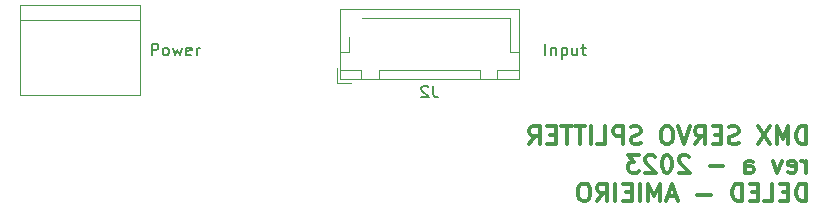
<source format=gbr>
%TF.GenerationSoftware,KiCad,Pcbnew,7.0.6+dfsg-1*%
%TF.CreationDate,2023-07-26T00:10:48-03:00*%
%TF.ProjectId,PWM_breakout_board,50574d5f-6272-4656-916b-6f75745f626f,rev?*%
%TF.SameCoordinates,Original*%
%TF.FileFunction,Legend,Bot*%
%TF.FilePolarity,Positive*%
%FSLAX46Y46*%
G04 Gerber Fmt 4.6, Leading zero omitted, Abs format (unit mm)*
G04 Created by KiCad (PCBNEW 7.0.6+dfsg-1) date 2023-07-26 00:10:48*
%MOMM*%
%LPD*%
G01*
G04 APERTURE LIST*
%ADD10C,0.300000*%
%ADD11C,0.150000*%
%ADD12C,0.120000*%
G04 APERTURE END LIST*
D10*
X162445489Y-82970828D02*
X162445489Y-81470828D01*
X162445489Y-81470828D02*
X162088346Y-81470828D01*
X162088346Y-81470828D02*
X161874060Y-81542257D01*
X161874060Y-81542257D02*
X161731203Y-81685114D01*
X161731203Y-81685114D02*
X161659774Y-81827971D01*
X161659774Y-81827971D02*
X161588346Y-82113685D01*
X161588346Y-82113685D02*
X161588346Y-82327971D01*
X161588346Y-82327971D02*
X161659774Y-82613685D01*
X161659774Y-82613685D02*
X161731203Y-82756542D01*
X161731203Y-82756542D02*
X161874060Y-82899400D01*
X161874060Y-82899400D02*
X162088346Y-82970828D01*
X162088346Y-82970828D02*
X162445489Y-82970828D01*
X160945489Y-82970828D02*
X160945489Y-81470828D01*
X160945489Y-81470828D02*
X160445489Y-82542257D01*
X160445489Y-82542257D02*
X159945489Y-81470828D01*
X159945489Y-81470828D02*
X159945489Y-82970828D01*
X159374060Y-81470828D02*
X158374060Y-82970828D01*
X158374060Y-81470828D02*
X159374060Y-82970828D01*
X156731203Y-82899400D02*
X156516918Y-82970828D01*
X156516918Y-82970828D02*
X156159775Y-82970828D01*
X156159775Y-82970828D02*
X156016918Y-82899400D01*
X156016918Y-82899400D02*
X155945489Y-82827971D01*
X155945489Y-82827971D02*
X155874060Y-82685114D01*
X155874060Y-82685114D02*
X155874060Y-82542257D01*
X155874060Y-82542257D02*
X155945489Y-82399400D01*
X155945489Y-82399400D02*
X156016918Y-82327971D01*
X156016918Y-82327971D02*
X156159775Y-82256542D01*
X156159775Y-82256542D02*
X156445489Y-82185114D01*
X156445489Y-82185114D02*
X156588346Y-82113685D01*
X156588346Y-82113685D02*
X156659775Y-82042257D01*
X156659775Y-82042257D02*
X156731203Y-81899400D01*
X156731203Y-81899400D02*
X156731203Y-81756542D01*
X156731203Y-81756542D02*
X156659775Y-81613685D01*
X156659775Y-81613685D02*
X156588346Y-81542257D01*
X156588346Y-81542257D02*
X156445489Y-81470828D01*
X156445489Y-81470828D02*
X156088346Y-81470828D01*
X156088346Y-81470828D02*
X155874060Y-81542257D01*
X155231204Y-82185114D02*
X154731204Y-82185114D01*
X154516918Y-82970828D02*
X155231204Y-82970828D01*
X155231204Y-82970828D02*
X155231204Y-81470828D01*
X155231204Y-81470828D02*
X154516918Y-81470828D01*
X153016918Y-82970828D02*
X153516918Y-82256542D01*
X153874061Y-82970828D02*
X153874061Y-81470828D01*
X153874061Y-81470828D02*
X153302632Y-81470828D01*
X153302632Y-81470828D02*
X153159775Y-81542257D01*
X153159775Y-81542257D02*
X153088346Y-81613685D01*
X153088346Y-81613685D02*
X153016918Y-81756542D01*
X153016918Y-81756542D02*
X153016918Y-81970828D01*
X153016918Y-81970828D02*
X153088346Y-82113685D01*
X153088346Y-82113685D02*
X153159775Y-82185114D01*
X153159775Y-82185114D02*
X153302632Y-82256542D01*
X153302632Y-82256542D02*
X153874061Y-82256542D01*
X152588346Y-81470828D02*
X152088346Y-82970828D01*
X152088346Y-82970828D02*
X151588346Y-81470828D01*
X150802632Y-81470828D02*
X150516918Y-81470828D01*
X150516918Y-81470828D02*
X150374061Y-81542257D01*
X150374061Y-81542257D02*
X150231204Y-81685114D01*
X150231204Y-81685114D02*
X150159775Y-81970828D01*
X150159775Y-81970828D02*
X150159775Y-82470828D01*
X150159775Y-82470828D02*
X150231204Y-82756542D01*
X150231204Y-82756542D02*
X150374061Y-82899400D01*
X150374061Y-82899400D02*
X150516918Y-82970828D01*
X150516918Y-82970828D02*
X150802632Y-82970828D01*
X150802632Y-82970828D02*
X150945490Y-82899400D01*
X150945490Y-82899400D02*
X151088347Y-82756542D01*
X151088347Y-82756542D02*
X151159775Y-82470828D01*
X151159775Y-82470828D02*
X151159775Y-81970828D01*
X151159775Y-81970828D02*
X151088347Y-81685114D01*
X151088347Y-81685114D02*
X150945490Y-81542257D01*
X150945490Y-81542257D02*
X150802632Y-81470828D01*
X148445489Y-82899400D02*
X148231204Y-82970828D01*
X148231204Y-82970828D02*
X147874061Y-82970828D01*
X147874061Y-82970828D02*
X147731204Y-82899400D01*
X147731204Y-82899400D02*
X147659775Y-82827971D01*
X147659775Y-82827971D02*
X147588346Y-82685114D01*
X147588346Y-82685114D02*
X147588346Y-82542257D01*
X147588346Y-82542257D02*
X147659775Y-82399400D01*
X147659775Y-82399400D02*
X147731204Y-82327971D01*
X147731204Y-82327971D02*
X147874061Y-82256542D01*
X147874061Y-82256542D02*
X148159775Y-82185114D01*
X148159775Y-82185114D02*
X148302632Y-82113685D01*
X148302632Y-82113685D02*
X148374061Y-82042257D01*
X148374061Y-82042257D02*
X148445489Y-81899400D01*
X148445489Y-81899400D02*
X148445489Y-81756542D01*
X148445489Y-81756542D02*
X148374061Y-81613685D01*
X148374061Y-81613685D02*
X148302632Y-81542257D01*
X148302632Y-81542257D02*
X148159775Y-81470828D01*
X148159775Y-81470828D02*
X147802632Y-81470828D01*
X147802632Y-81470828D02*
X147588346Y-81542257D01*
X146945490Y-82970828D02*
X146945490Y-81470828D01*
X146945490Y-81470828D02*
X146374061Y-81470828D01*
X146374061Y-81470828D02*
X146231204Y-81542257D01*
X146231204Y-81542257D02*
X146159775Y-81613685D01*
X146159775Y-81613685D02*
X146088347Y-81756542D01*
X146088347Y-81756542D02*
X146088347Y-81970828D01*
X146088347Y-81970828D02*
X146159775Y-82113685D01*
X146159775Y-82113685D02*
X146231204Y-82185114D01*
X146231204Y-82185114D02*
X146374061Y-82256542D01*
X146374061Y-82256542D02*
X146945490Y-82256542D01*
X144731204Y-82970828D02*
X145445490Y-82970828D01*
X145445490Y-82970828D02*
X145445490Y-81470828D01*
X144231204Y-82970828D02*
X144231204Y-81470828D01*
X143731203Y-81470828D02*
X142874061Y-81470828D01*
X143302632Y-82970828D02*
X143302632Y-81470828D01*
X142588346Y-81470828D02*
X141731204Y-81470828D01*
X142159775Y-82970828D02*
X142159775Y-81470828D01*
X141231204Y-82185114D02*
X140731204Y-82185114D01*
X140516918Y-82970828D02*
X141231204Y-82970828D01*
X141231204Y-82970828D02*
X141231204Y-81470828D01*
X141231204Y-81470828D02*
X140516918Y-81470828D01*
X139016918Y-82970828D02*
X139516918Y-82256542D01*
X139874061Y-82970828D02*
X139874061Y-81470828D01*
X139874061Y-81470828D02*
X139302632Y-81470828D01*
X139302632Y-81470828D02*
X139159775Y-81542257D01*
X139159775Y-81542257D02*
X139088346Y-81613685D01*
X139088346Y-81613685D02*
X139016918Y-81756542D01*
X139016918Y-81756542D02*
X139016918Y-81970828D01*
X139016918Y-81970828D02*
X139088346Y-82113685D01*
X139088346Y-82113685D02*
X139159775Y-82185114D01*
X139159775Y-82185114D02*
X139302632Y-82256542D01*
X139302632Y-82256542D02*
X139874061Y-82256542D01*
X162445489Y-85385828D02*
X162445489Y-84385828D01*
X162445489Y-84671542D02*
X162374060Y-84528685D01*
X162374060Y-84528685D02*
X162302632Y-84457257D01*
X162302632Y-84457257D02*
X162159774Y-84385828D01*
X162159774Y-84385828D02*
X162016917Y-84385828D01*
X160945489Y-85314400D02*
X161088346Y-85385828D01*
X161088346Y-85385828D02*
X161374061Y-85385828D01*
X161374061Y-85385828D02*
X161516918Y-85314400D01*
X161516918Y-85314400D02*
X161588346Y-85171542D01*
X161588346Y-85171542D02*
X161588346Y-84600114D01*
X161588346Y-84600114D02*
X161516918Y-84457257D01*
X161516918Y-84457257D02*
X161374061Y-84385828D01*
X161374061Y-84385828D02*
X161088346Y-84385828D01*
X161088346Y-84385828D02*
X160945489Y-84457257D01*
X160945489Y-84457257D02*
X160874061Y-84600114D01*
X160874061Y-84600114D02*
X160874061Y-84742971D01*
X160874061Y-84742971D02*
X161588346Y-84885828D01*
X160374061Y-84385828D02*
X160016918Y-85385828D01*
X160016918Y-85385828D02*
X159659775Y-84385828D01*
X157302633Y-85385828D02*
X157302633Y-84600114D01*
X157302633Y-84600114D02*
X157374061Y-84457257D01*
X157374061Y-84457257D02*
X157516918Y-84385828D01*
X157516918Y-84385828D02*
X157802633Y-84385828D01*
X157802633Y-84385828D02*
X157945490Y-84457257D01*
X157302633Y-85314400D02*
X157445490Y-85385828D01*
X157445490Y-85385828D02*
X157802633Y-85385828D01*
X157802633Y-85385828D02*
X157945490Y-85314400D01*
X157945490Y-85314400D02*
X158016918Y-85171542D01*
X158016918Y-85171542D02*
X158016918Y-85028685D01*
X158016918Y-85028685D02*
X157945490Y-84885828D01*
X157945490Y-84885828D02*
X157802633Y-84814400D01*
X157802633Y-84814400D02*
X157445490Y-84814400D01*
X157445490Y-84814400D02*
X157302633Y-84742971D01*
X155445490Y-84814400D02*
X154302633Y-84814400D01*
X152516918Y-84028685D02*
X152445490Y-83957257D01*
X152445490Y-83957257D02*
X152302633Y-83885828D01*
X152302633Y-83885828D02*
X151945490Y-83885828D01*
X151945490Y-83885828D02*
X151802633Y-83957257D01*
X151802633Y-83957257D02*
X151731204Y-84028685D01*
X151731204Y-84028685D02*
X151659775Y-84171542D01*
X151659775Y-84171542D02*
X151659775Y-84314400D01*
X151659775Y-84314400D02*
X151731204Y-84528685D01*
X151731204Y-84528685D02*
X152588347Y-85385828D01*
X152588347Y-85385828D02*
X151659775Y-85385828D01*
X150731204Y-83885828D02*
X150588347Y-83885828D01*
X150588347Y-83885828D02*
X150445490Y-83957257D01*
X150445490Y-83957257D02*
X150374062Y-84028685D01*
X150374062Y-84028685D02*
X150302633Y-84171542D01*
X150302633Y-84171542D02*
X150231204Y-84457257D01*
X150231204Y-84457257D02*
X150231204Y-84814400D01*
X150231204Y-84814400D02*
X150302633Y-85100114D01*
X150302633Y-85100114D02*
X150374062Y-85242971D01*
X150374062Y-85242971D02*
X150445490Y-85314400D01*
X150445490Y-85314400D02*
X150588347Y-85385828D01*
X150588347Y-85385828D02*
X150731204Y-85385828D01*
X150731204Y-85385828D02*
X150874062Y-85314400D01*
X150874062Y-85314400D02*
X150945490Y-85242971D01*
X150945490Y-85242971D02*
X151016919Y-85100114D01*
X151016919Y-85100114D02*
X151088347Y-84814400D01*
X151088347Y-84814400D02*
X151088347Y-84457257D01*
X151088347Y-84457257D02*
X151016919Y-84171542D01*
X151016919Y-84171542D02*
X150945490Y-84028685D01*
X150945490Y-84028685D02*
X150874062Y-83957257D01*
X150874062Y-83957257D02*
X150731204Y-83885828D01*
X149659776Y-84028685D02*
X149588348Y-83957257D01*
X149588348Y-83957257D02*
X149445491Y-83885828D01*
X149445491Y-83885828D02*
X149088348Y-83885828D01*
X149088348Y-83885828D02*
X148945491Y-83957257D01*
X148945491Y-83957257D02*
X148874062Y-84028685D01*
X148874062Y-84028685D02*
X148802633Y-84171542D01*
X148802633Y-84171542D02*
X148802633Y-84314400D01*
X148802633Y-84314400D02*
X148874062Y-84528685D01*
X148874062Y-84528685D02*
X149731205Y-85385828D01*
X149731205Y-85385828D02*
X148802633Y-85385828D01*
X148302634Y-83885828D02*
X147374062Y-83885828D01*
X147374062Y-83885828D02*
X147874062Y-84457257D01*
X147874062Y-84457257D02*
X147659777Y-84457257D01*
X147659777Y-84457257D02*
X147516920Y-84528685D01*
X147516920Y-84528685D02*
X147445491Y-84600114D01*
X147445491Y-84600114D02*
X147374062Y-84742971D01*
X147374062Y-84742971D02*
X147374062Y-85100114D01*
X147374062Y-85100114D02*
X147445491Y-85242971D01*
X147445491Y-85242971D02*
X147516920Y-85314400D01*
X147516920Y-85314400D02*
X147659777Y-85385828D01*
X147659777Y-85385828D02*
X148088348Y-85385828D01*
X148088348Y-85385828D02*
X148231205Y-85314400D01*
X148231205Y-85314400D02*
X148302634Y-85242971D01*
X162445489Y-87800828D02*
X162445489Y-86300828D01*
X162445489Y-86300828D02*
X162088346Y-86300828D01*
X162088346Y-86300828D02*
X161874060Y-86372257D01*
X161874060Y-86372257D02*
X161731203Y-86515114D01*
X161731203Y-86515114D02*
X161659774Y-86657971D01*
X161659774Y-86657971D02*
X161588346Y-86943685D01*
X161588346Y-86943685D02*
X161588346Y-87157971D01*
X161588346Y-87157971D02*
X161659774Y-87443685D01*
X161659774Y-87443685D02*
X161731203Y-87586542D01*
X161731203Y-87586542D02*
X161874060Y-87729400D01*
X161874060Y-87729400D02*
X162088346Y-87800828D01*
X162088346Y-87800828D02*
X162445489Y-87800828D01*
X160945489Y-87015114D02*
X160445489Y-87015114D01*
X160231203Y-87800828D02*
X160945489Y-87800828D01*
X160945489Y-87800828D02*
X160945489Y-86300828D01*
X160945489Y-86300828D02*
X160231203Y-86300828D01*
X158874060Y-87800828D02*
X159588346Y-87800828D01*
X159588346Y-87800828D02*
X159588346Y-86300828D01*
X158374060Y-87015114D02*
X157874060Y-87015114D01*
X157659774Y-87800828D02*
X158374060Y-87800828D01*
X158374060Y-87800828D02*
X158374060Y-86300828D01*
X158374060Y-86300828D02*
X157659774Y-86300828D01*
X157016917Y-87800828D02*
X157016917Y-86300828D01*
X157016917Y-86300828D02*
X156659774Y-86300828D01*
X156659774Y-86300828D02*
X156445488Y-86372257D01*
X156445488Y-86372257D02*
X156302631Y-86515114D01*
X156302631Y-86515114D02*
X156231202Y-86657971D01*
X156231202Y-86657971D02*
X156159774Y-86943685D01*
X156159774Y-86943685D02*
X156159774Y-87157971D01*
X156159774Y-87157971D02*
X156231202Y-87443685D01*
X156231202Y-87443685D02*
X156302631Y-87586542D01*
X156302631Y-87586542D02*
X156445488Y-87729400D01*
X156445488Y-87729400D02*
X156659774Y-87800828D01*
X156659774Y-87800828D02*
X157016917Y-87800828D01*
X154374060Y-87229400D02*
X153231203Y-87229400D01*
X151445488Y-87372257D02*
X150731203Y-87372257D01*
X151588345Y-87800828D02*
X151088345Y-86300828D01*
X151088345Y-86300828D02*
X150588345Y-87800828D01*
X150088346Y-87800828D02*
X150088346Y-86300828D01*
X150088346Y-86300828D02*
X149588346Y-87372257D01*
X149588346Y-87372257D02*
X149088346Y-86300828D01*
X149088346Y-86300828D02*
X149088346Y-87800828D01*
X148374060Y-87800828D02*
X148374060Y-86300828D01*
X147659774Y-87015114D02*
X147159774Y-87015114D01*
X146945488Y-87800828D02*
X147659774Y-87800828D01*
X147659774Y-87800828D02*
X147659774Y-86300828D01*
X147659774Y-86300828D02*
X146945488Y-86300828D01*
X146302631Y-87800828D02*
X146302631Y-86300828D01*
X144731202Y-87800828D02*
X145231202Y-87086542D01*
X145588345Y-87800828D02*
X145588345Y-86300828D01*
X145588345Y-86300828D02*
X145016916Y-86300828D01*
X145016916Y-86300828D02*
X144874059Y-86372257D01*
X144874059Y-86372257D02*
X144802630Y-86443685D01*
X144802630Y-86443685D02*
X144731202Y-86586542D01*
X144731202Y-86586542D02*
X144731202Y-86800828D01*
X144731202Y-86800828D02*
X144802630Y-86943685D01*
X144802630Y-86943685D02*
X144874059Y-87015114D01*
X144874059Y-87015114D02*
X145016916Y-87086542D01*
X145016916Y-87086542D02*
X145588345Y-87086542D01*
X143802630Y-86300828D02*
X143516916Y-86300828D01*
X143516916Y-86300828D02*
X143374059Y-86372257D01*
X143374059Y-86372257D02*
X143231202Y-86515114D01*
X143231202Y-86515114D02*
X143159773Y-86800828D01*
X143159773Y-86800828D02*
X143159773Y-87300828D01*
X143159773Y-87300828D02*
X143231202Y-87586542D01*
X143231202Y-87586542D02*
X143374059Y-87729400D01*
X143374059Y-87729400D02*
X143516916Y-87800828D01*
X143516916Y-87800828D02*
X143802630Y-87800828D01*
X143802630Y-87800828D02*
X143945488Y-87729400D01*
X143945488Y-87729400D02*
X144088345Y-87586542D01*
X144088345Y-87586542D02*
X144159773Y-87300828D01*
X144159773Y-87300828D02*
X144159773Y-86800828D01*
X144159773Y-86800828D02*
X144088345Y-86515114D01*
X144088345Y-86515114D02*
X143945488Y-86372257D01*
X143945488Y-86372257D02*
X143802630Y-86300828D01*
D11*
X130875975Y-78004819D02*
X130875975Y-78719104D01*
X130875975Y-78719104D02*
X130923594Y-78861961D01*
X130923594Y-78861961D02*
X131018832Y-78957200D01*
X131018832Y-78957200D02*
X131161689Y-79004819D01*
X131161689Y-79004819D02*
X131256927Y-79004819D01*
X130447403Y-78100057D02*
X130399784Y-78052438D01*
X130399784Y-78052438D02*
X130304546Y-78004819D01*
X130304546Y-78004819D02*
X130066451Y-78004819D01*
X130066451Y-78004819D02*
X129971213Y-78052438D01*
X129971213Y-78052438D02*
X129923594Y-78100057D01*
X129923594Y-78100057D02*
X129875975Y-78195295D01*
X129875975Y-78195295D02*
X129875975Y-78290533D01*
X129875975Y-78290533D02*
X129923594Y-78433390D01*
X129923594Y-78433390D02*
X130495022Y-79004819D01*
X130495022Y-79004819D02*
X129875975Y-79004819D01*
X140357143Y-75454819D02*
X140357143Y-74454819D01*
X140833333Y-74788152D02*
X140833333Y-75454819D01*
X140833333Y-74883390D02*
X140880952Y-74835771D01*
X140880952Y-74835771D02*
X140976190Y-74788152D01*
X140976190Y-74788152D02*
X141119047Y-74788152D01*
X141119047Y-74788152D02*
X141214285Y-74835771D01*
X141214285Y-74835771D02*
X141261904Y-74931009D01*
X141261904Y-74931009D02*
X141261904Y-75454819D01*
X141738095Y-74788152D02*
X141738095Y-75788152D01*
X141738095Y-74835771D02*
X141833333Y-74788152D01*
X141833333Y-74788152D02*
X142023809Y-74788152D01*
X142023809Y-74788152D02*
X142119047Y-74835771D01*
X142119047Y-74835771D02*
X142166666Y-74883390D01*
X142166666Y-74883390D02*
X142214285Y-74978628D01*
X142214285Y-74978628D02*
X142214285Y-75264342D01*
X142214285Y-75264342D02*
X142166666Y-75359580D01*
X142166666Y-75359580D02*
X142119047Y-75407200D01*
X142119047Y-75407200D02*
X142023809Y-75454819D01*
X142023809Y-75454819D02*
X141833333Y-75454819D01*
X141833333Y-75454819D02*
X141738095Y-75407200D01*
X143071428Y-74788152D02*
X143071428Y-75454819D01*
X142642857Y-74788152D02*
X142642857Y-75311961D01*
X142642857Y-75311961D02*
X142690476Y-75407200D01*
X142690476Y-75407200D02*
X142785714Y-75454819D01*
X142785714Y-75454819D02*
X142928571Y-75454819D01*
X142928571Y-75454819D02*
X143023809Y-75407200D01*
X143023809Y-75407200D02*
X143071428Y-75359580D01*
X143404762Y-74788152D02*
X143785714Y-74788152D01*
X143547619Y-74454819D02*
X143547619Y-75311961D01*
X143547619Y-75311961D02*
X143595238Y-75407200D01*
X143595238Y-75407200D02*
X143690476Y-75454819D01*
X143690476Y-75454819D02*
X143785714Y-75454819D01*
X107023809Y-75454819D02*
X107023809Y-74454819D01*
X107023809Y-74454819D02*
X107404761Y-74454819D01*
X107404761Y-74454819D02*
X107499999Y-74502438D01*
X107499999Y-74502438D02*
X107547618Y-74550057D01*
X107547618Y-74550057D02*
X107595237Y-74645295D01*
X107595237Y-74645295D02*
X107595237Y-74788152D01*
X107595237Y-74788152D02*
X107547618Y-74883390D01*
X107547618Y-74883390D02*
X107499999Y-74931009D01*
X107499999Y-74931009D02*
X107404761Y-74978628D01*
X107404761Y-74978628D02*
X107023809Y-74978628D01*
X108166666Y-75454819D02*
X108071428Y-75407200D01*
X108071428Y-75407200D02*
X108023809Y-75359580D01*
X108023809Y-75359580D02*
X107976190Y-75264342D01*
X107976190Y-75264342D02*
X107976190Y-74978628D01*
X107976190Y-74978628D02*
X108023809Y-74883390D01*
X108023809Y-74883390D02*
X108071428Y-74835771D01*
X108071428Y-74835771D02*
X108166666Y-74788152D01*
X108166666Y-74788152D02*
X108309523Y-74788152D01*
X108309523Y-74788152D02*
X108404761Y-74835771D01*
X108404761Y-74835771D02*
X108452380Y-74883390D01*
X108452380Y-74883390D02*
X108499999Y-74978628D01*
X108499999Y-74978628D02*
X108499999Y-75264342D01*
X108499999Y-75264342D02*
X108452380Y-75359580D01*
X108452380Y-75359580D02*
X108404761Y-75407200D01*
X108404761Y-75407200D02*
X108309523Y-75454819D01*
X108309523Y-75454819D02*
X108166666Y-75454819D01*
X108833333Y-74788152D02*
X109023809Y-75454819D01*
X109023809Y-75454819D02*
X109214285Y-74978628D01*
X109214285Y-74978628D02*
X109404761Y-75454819D01*
X109404761Y-75454819D02*
X109595237Y-74788152D01*
X110357142Y-75407200D02*
X110261904Y-75454819D01*
X110261904Y-75454819D02*
X110071428Y-75454819D01*
X110071428Y-75454819D02*
X109976190Y-75407200D01*
X109976190Y-75407200D02*
X109928571Y-75311961D01*
X109928571Y-75311961D02*
X109928571Y-74931009D01*
X109928571Y-74931009D02*
X109976190Y-74835771D01*
X109976190Y-74835771D02*
X110071428Y-74788152D01*
X110071428Y-74788152D02*
X110261904Y-74788152D01*
X110261904Y-74788152D02*
X110357142Y-74835771D01*
X110357142Y-74835771D02*
X110404761Y-74931009D01*
X110404761Y-74931009D02*
X110404761Y-75026247D01*
X110404761Y-75026247D02*
X109928571Y-75121485D01*
X110833333Y-75454819D02*
X110833333Y-74788152D01*
X110833333Y-74978628D02*
X110880952Y-74883390D01*
X110880952Y-74883390D02*
X110928571Y-74835771D01*
X110928571Y-74835771D02*
X111023809Y-74788152D01*
X111023809Y-74788152D02*
X111119047Y-74788152D01*
D12*
%TO.C,J2*%
X122692642Y-77750000D02*
X122692642Y-76500000D01*
X122982642Y-71490000D02*
X138102642Y-71490000D01*
X122982642Y-77460000D02*
X122982642Y-71490000D01*
X122992642Y-75200000D02*
X123742642Y-75200000D01*
X122992642Y-76700000D02*
X124792642Y-76700000D01*
X122992642Y-77450000D02*
X122992642Y-76700000D01*
X123742642Y-75200000D02*
X123742642Y-73860000D01*
X123942642Y-77750000D02*
X122692642Y-77750000D01*
X124792642Y-76700000D02*
X124792642Y-77450000D01*
X124792642Y-77450000D02*
X122992642Y-77450000D01*
X126292642Y-76700000D02*
X134792642Y-76700000D01*
X126292642Y-77450000D02*
X126292642Y-76700000D01*
X130542642Y-72250000D02*
X124802642Y-72250000D01*
X134792642Y-76700000D02*
X134792642Y-77450000D01*
X134792642Y-77450000D02*
X126292642Y-77450000D01*
X136292642Y-76700000D02*
X138092642Y-76700000D01*
X136292642Y-77450000D02*
X136292642Y-76700000D01*
X137342642Y-72250000D02*
X130542642Y-72250000D01*
X137342642Y-75200000D02*
X137342642Y-72250000D01*
X138092642Y-75200000D02*
X137342642Y-75200000D01*
X138092642Y-76700000D02*
X138092642Y-77450000D01*
X138092642Y-77450000D02*
X136292642Y-77450000D01*
X138102642Y-71490000D02*
X138102642Y-77460000D01*
X138102642Y-77460000D02*
X122982642Y-77460000D01*
%TO.C,J1*%
X95920000Y-71190000D02*
X106080000Y-71190000D01*
X95920000Y-78810000D02*
X95920000Y-71190000D01*
X106080000Y-71190000D02*
X106080000Y-78810000D01*
X106080000Y-72460000D02*
X95920000Y-72460000D01*
X106080000Y-78810000D02*
X95920000Y-78810000D01*
%TD*%
M02*

</source>
